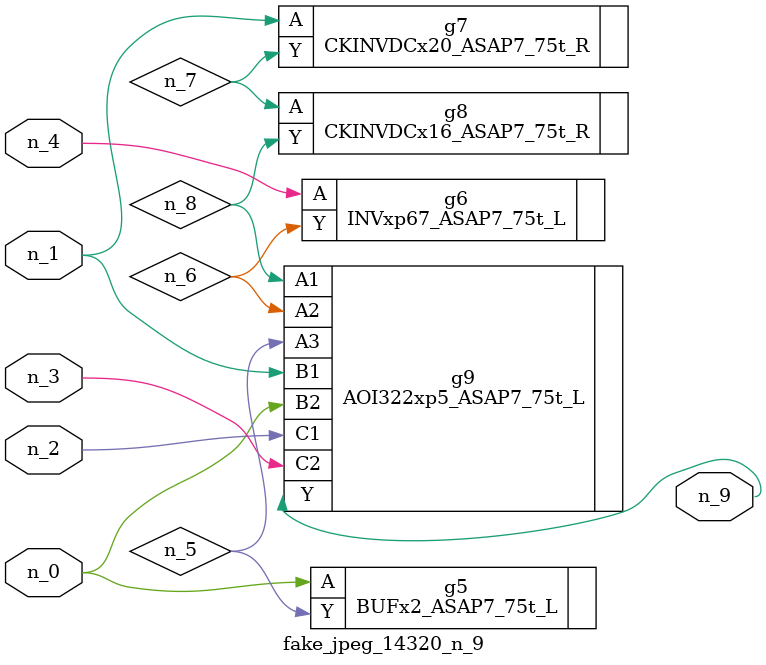
<source format=v>
module fake_jpeg_14320_n_9 (n_3, n_2, n_1, n_0, n_4, n_9);

input n_3;
input n_2;
input n_1;
input n_0;
input n_4;

output n_9;

wire n_8;
wire n_6;
wire n_5;
wire n_7;

BUFx2_ASAP7_75t_L g5 ( 
.A(n_0),
.Y(n_5)
);

INVxp67_ASAP7_75t_L g6 ( 
.A(n_4),
.Y(n_6)
);

CKINVDCx20_ASAP7_75t_R g7 ( 
.A(n_1),
.Y(n_7)
);

CKINVDCx16_ASAP7_75t_R g8 ( 
.A(n_7),
.Y(n_8)
);

AOI322xp5_ASAP7_75t_L g9 ( 
.A1(n_8),
.A2(n_6),
.A3(n_5),
.B1(n_1),
.B2(n_0),
.C1(n_2),
.C2(n_3),
.Y(n_9)
);


endmodule
</source>
